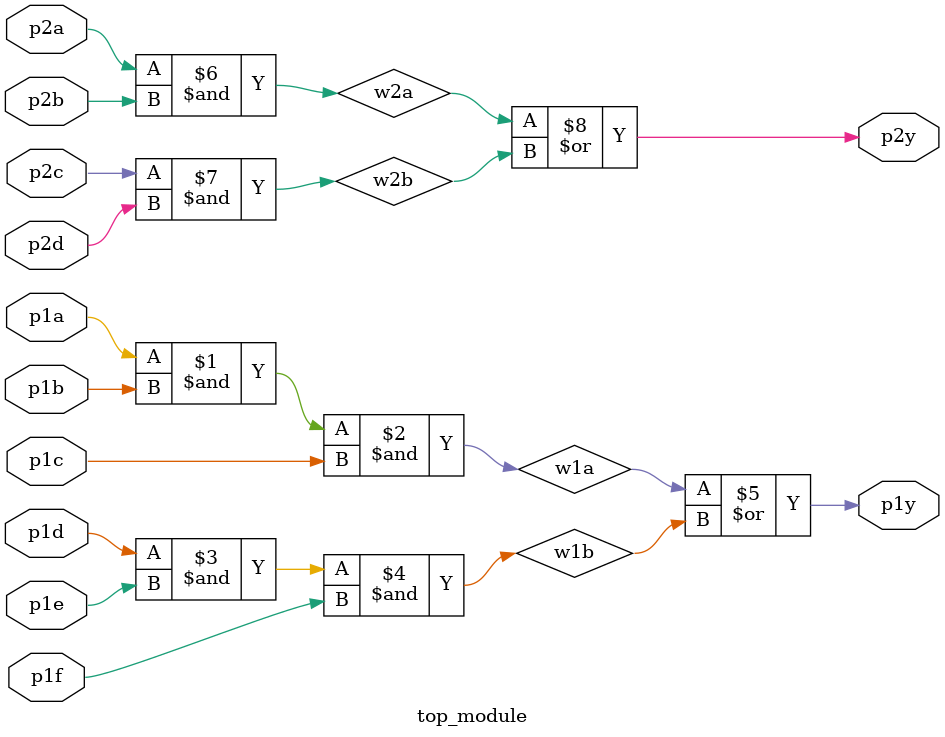
<source format=v>
module top_module ( 
    input p1a, p1b, p1c, p1d, p1e, p1f,
    output p1y,
    input p2a, p2b, p2c, p2d,
    output p2y );
    wire w1a,w1b;
    assign w1a=p1a&p1b&p1c;
    assign w1b=p1d&p1e&p1f;
    assign p1y=w1a|w1b;
    wire w2a,w2b;
    assign w2a=p2a&p2b;
    assign w2b=p2c&p2d;
    assign p2y=w2a|w2b;
endmodule
</source>
